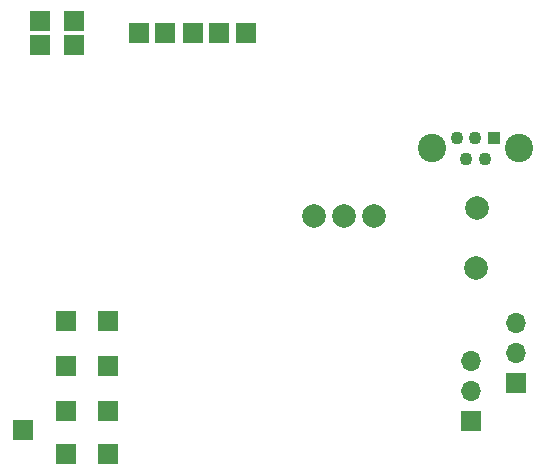
<source format=gbr>
%TF.GenerationSoftware,KiCad,Pcbnew,(5.99.0-12255-gad1ee958b0)*%
%TF.CreationDate,2022-02-21T16:34:28+02:00*%
%TF.ProjectId,pmr710-baseplate,706d7237-3130-42d6-9261-7365706c6174,rev?*%
%TF.SameCoordinates,Original*%
%TF.FileFunction,Soldermask,Bot*%
%TF.FilePolarity,Negative*%
%FSLAX46Y46*%
G04 Gerber Fmt 4.6, Leading zero omitted, Abs format (unit mm)*
G04 Created by KiCad (PCBNEW (5.99.0-12255-gad1ee958b0)) date 2022-02-21 16:34:28*
%MOMM*%
%LPD*%
G01*
G04 APERTURE LIST*
%ADD10R,1.100000X1.100000*%
%ADD11C,1.100000*%
%ADD12C,2.400000*%
%ADD13C,2.000000*%
%ADD14R,1.700000X1.700000*%
%ADD15O,1.700000X1.700000*%
G04 APERTURE END LIST*
D10*
%TO.C,J1*%
X145600000Y-51175000D03*
D11*
X144800000Y-52925000D03*
X144000000Y-51175000D03*
X143200000Y-52925000D03*
X142400000Y-51175000D03*
D12*
X140350000Y-52050000D03*
X147650000Y-52050000D03*
%TD*%
D13*
%TO.C,F1*%
X144090000Y-62140000D03*
X144100000Y-57060000D03*
%TD*%
D14*
%TO.C,J3*%
X107100000Y-43300000D03*
%TD*%
%TO.C,P2*%
X143600000Y-75125000D03*
D15*
X143600000Y-72585000D03*
X143600000Y-70045000D03*
%TD*%
D14*
%TO.C,J15*%
X109300000Y-70500000D03*
%TD*%
%TO.C,J9*%
X124600000Y-42300000D03*
%TD*%
%TO.C,J6*%
X117700000Y-42300000D03*
%TD*%
%TO.C,J8*%
X122300000Y-42300000D03*
%TD*%
%TO.C,J13*%
X109300000Y-74300000D03*
%TD*%
%TO.C,P1*%
X147400000Y-71925000D03*
D15*
X147400000Y-69385000D03*
X147400000Y-66845000D03*
%TD*%
D14*
%TO.C,J14*%
X112900000Y-70500000D03*
%TD*%
%TO.C,J18*%
X107100000Y-41300000D03*
%TD*%
%TO.C,J7*%
X120100000Y-42300000D03*
%TD*%
%TO.C,J17*%
X112900000Y-66700000D03*
%TD*%
%TO.C,J10*%
X112900000Y-77900000D03*
%TD*%
%TO.C,J11*%
X112900000Y-74300000D03*
%TD*%
%TO.C,J12*%
X109300000Y-77900000D03*
%TD*%
%TO.C,J4*%
X115500000Y-42300000D03*
%TD*%
%TO.C,J2*%
X110000000Y-43300000D03*
%TD*%
%TO.C,J5*%
X110000000Y-41300000D03*
%TD*%
D13*
%TO.C,U2*%
X130360000Y-57750000D03*
X132900000Y-57750000D03*
X135440000Y-57750000D03*
%TD*%
D14*
%TO.C,J16*%
X109300000Y-66700000D03*
%TD*%
%TO.C,J19*%
X105700000Y-75900000D03*
%TD*%
M02*

</source>
